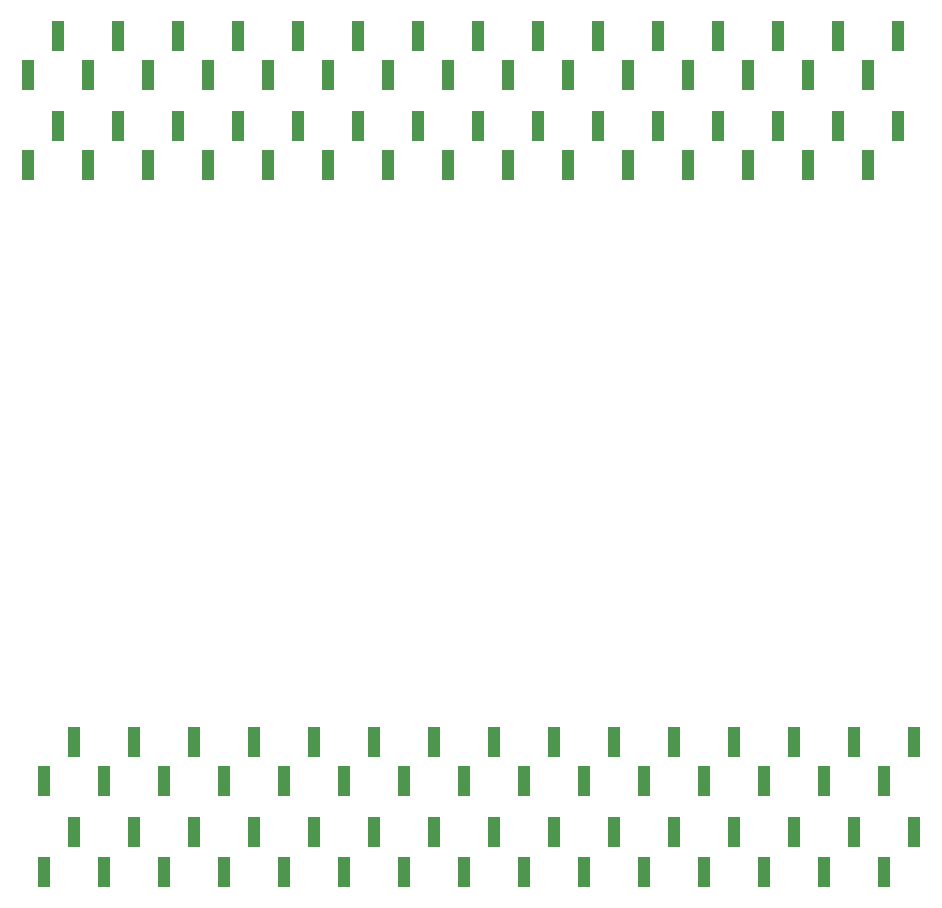
<source format=gbr>
%TF.GenerationSoftware,KiCad,Pcbnew,8.0.0*%
%TF.CreationDate,2024-03-15T19:34:49+09:00*%
%TF.ProjectId,ds_test_board3,64735f74-6573-4745-9f62-6f617264332e,rev?*%
%TF.SameCoordinates,Original*%
%TF.FileFunction,Paste,Top*%
%TF.FilePolarity,Positive*%
%FSLAX46Y46*%
G04 Gerber Fmt 4.6, Leading zero omitted, Abs format (unit mm)*
G04 Created by KiCad (PCBNEW 8.0.0) date 2024-03-15 19:34:49*
%MOMM*%
%LPD*%
G01*
G04 APERTURE LIST*
%ADD10R,1.000000X2.510000*%
G04 APERTURE END LIST*
D10*
%TO.C,J5*%
X132080000Y-134366000D03*
X134620000Y-131056000D03*
X137160000Y-134366000D03*
X139700000Y-131056000D03*
X142240000Y-134366000D03*
X144780000Y-131056000D03*
X147320000Y-134366000D03*
X149860000Y-131056000D03*
X152400000Y-134366000D03*
X154940000Y-131056000D03*
X157480000Y-134366000D03*
X160020000Y-131056000D03*
X162560000Y-134366000D03*
X165100000Y-131056000D03*
X167640000Y-134366000D03*
X170180000Y-131056000D03*
X172720000Y-134366000D03*
X175260000Y-131056000D03*
X177800000Y-134366000D03*
X180340000Y-131056000D03*
X182880000Y-134366000D03*
X185420000Y-131056000D03*
X187960000Y-134366000D03*
X190500000Y-131056000D03*
X193040000Y-134366000D03*
X195580000Y-131056000D03*
X198120000Y-134366000D03*
X200660000Y-131056000D03*
X203200000Y-134366000D03*
X205740000Y-131056000D03*
%TD*%
%TO.C,J4*%
X204432000Y-71239000D03*
X201892000Y-74549000D03*
X199352000Y-71239000D03*
X196812000Y-74549000D03*
X194272000Y-71239000D03*
X191732000Y-74549000D03*
X189192000Y-71239000D03*
X186652000Y-74549000D03*
X184112000Y-71239000D03*
X181572000Y-74549000D03*
X179032000Y-71239000D03*
X176492000Y-74549000D03*
X173952000Y-71239000D03*
X171412000Y-74549000D03*
X168872000Y-71239000D03*
X166332000Y-74549000D03*
X163792000Y-71239000D03*
X161252000Y-74549000D03*
X158712000Y-71239000D03*
X156172000Y-74549000D03*
X153632000Y-71239000D03*
X151092000Y-74549000D03*
X148552000Y-71239000D03*
X146012000Y-74549000D03*
X143472000Y-71239000D03*
X140932000Y-74549000D03*
X138392000Y-71239000D03*
X135852000Y-74549000D03*
X133312000Y-71239000D03*
X130772000Y-74549000D03*
%TD*%
%TO.C,J6*%
X132080000Y-141994000D03*
X134620000Y-138684000D03*
X137160000Y-141994000D03*
X139700000Y-138684000D03*
X142240000Y-141994000D03*
X144780000Y-138684000D03*
X147320000Y-141994000D03*
X149860000Y-138684000D03*
X152400000Y-141994000D03*
X154940000Y-138684000D03*
X157480000Y-141994000D03*
X160020000Y-138684000D03*
X162560000Y-141994000D03*
X165100000Y-138684000D03*
X167640000Y-141994000D03*
X170180000Y-138684000D03*
X172720000Y-141994000D03*
X175260000Y-138684000D03*
X177800000Y-141994000D03*
X180340000Y-138684000D03*
X182880000Y-141994000D03*
X185420000Y-138684000D03*
X187960000Y-141994000D03*
X190500000Y-138684000D03*
X193040000Y-141994000D03*
X195580000Y-138684000D03*
X198120000Y-141994000D03*
X200660000Y-138684000D03*
X203200000Y-141994000D03*
X205740000Y-138684000D03*
%TD*%
%TO.C,J3*%
X204419200Y-78858600D03*
X201879200Y-82168600D03*
X199339200Y-78858600D03*
X196799200Y-82168600D03*
X194259200Y-78858600D03*
X191719200Y-82168600D03*
X189179200Y-78858600D03*
X186639200Y-82168600D03*
X184099200Y-78858600D03*
X181559200Y-82168600D03*
X179019200Y-78858600D03*
X176479200Y-82168600D03*
X173939200Y-78858600D03*
X171399200Y-82168600D03*
X168859200Y-78858600D03*
X166319200Y-82168600D03*
X163779200Y-78858600D03*
X161239200Y-82168600D03*
X158699200Y-78858600D03*
X156159200Y-82168600D03*
X153619200Y-78858600D03*
X151079200Y-82168600D03*
X148539200Y-78858600D03*
X145999200Y-82168600D03*
X143459200Y-78858600D03*
X140919200Y-82168600D03*
X138379200Y-78858600D03*
X135839200Y-82168600D03*
X133299200Y-78858600D03*
X130759200Y-82168600D03*
%TD*%
M02*

</source>
